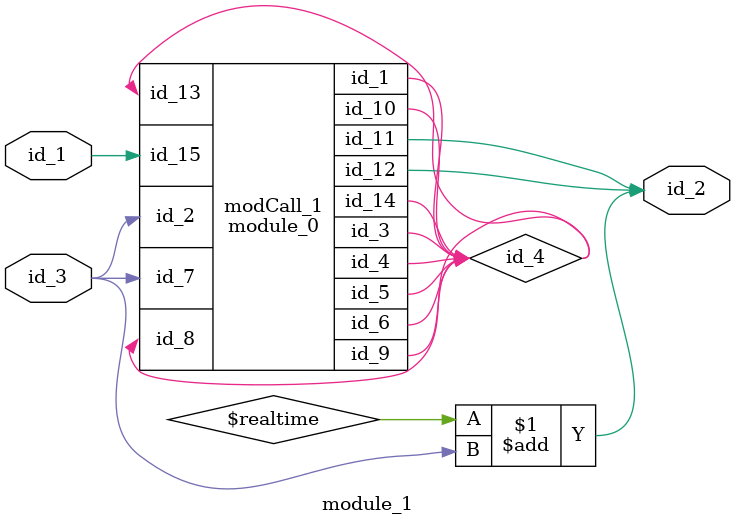
<source format=v>
module module_0 (
    id_1,
    id_2,
    id_3,
    id_4,
    id_5,
    id_6,
    id_7,
    id_8,
    id_9,
    id_10,
    id_11,
    id_12,
    id_13,
    id_14,
    id_15
);
  input wire id_15;
  inout wire id_14;
  input wire id_13;
  output wire id_12;
  output wire id_11;
  output wire id_10;
  inout wire id_9;
  input wire id_8;
  input wire id_7;
  output wire id_6;
  output wire id_5;
  inout wire id_4;
  inout wire id_3;
  input wire id_2;
  output wire id_1;
  wire id_16;
  wire id_17;
  wire id_18;
endmodule
module module_1 (
    id_1,
    id_2,
    id_3
);
  input wire id_3;
  output wire id_2;
  input wire id_1;
  wire id_4;
  module_0 modCall_1 (
      id_4,
      id_3,
      id_4,
      id_4,
      id_4,
      id_4,
      id_3,
      id_4,
      id_4,
      id_4,
      id_2,
      id_2,
      id_4,
      id_4,
      id_1
  );
  wire id_5;
  assign id_2 = 1'd0 ? $realtime : $realtime + id_3;
endmodule

</source>
